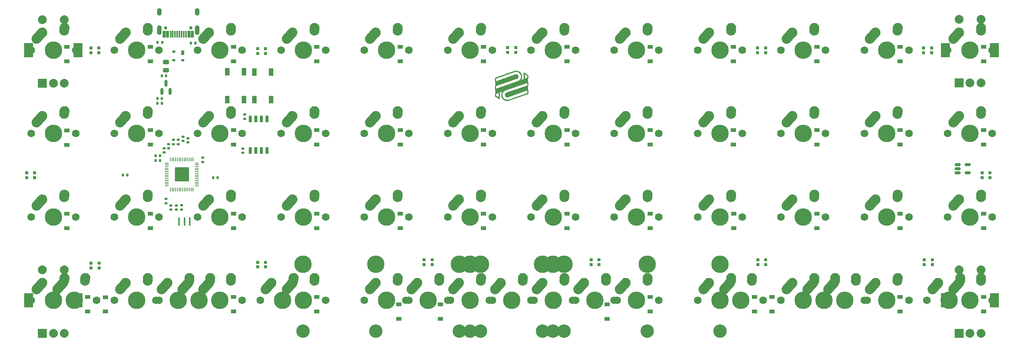
<source format=gbs>
%TF.GenerationSoftware,KiCad,Pcbnew,(6.0.7-1)-1*%
%TF.CreationDate,2022-12-13T16:34:22+02:00*%
%TF.ProjectId,Planck Drop In PCB,506c616e-636b-4204-9472-6f7020496e20,rev?*%
%TF.SameCoordinates,Original*%
%TF.FileFunction,Soldermask,Bot*%
%TF.FilePolarity,Negative*%
%FSLAX46Y46*%
G04 Gerber Fmt 4.6, Leading zero omitted, Abs format (unit mm)*
G04 Created by KiCad (PCBNEW (6.0.7-1)-1) date 2022-12-13 16:34:22*
%MOMM*%
%LPD*%
G01*
G04 APERTURE LIST*
G04 Aperture macros list*
%AMRoundRect*
0 Rectangle with rounded corners*
0 $1 Rounding radius*
0 $2 $3 $4 $5 $6 $7 $8 $9 X,Y pos of 4 corners*
0 Add a 4 corners polygon primitive as box body*
4,1,4,$2,$3,$4,$5,$6,$7,$8,$9,$2,$3,0*
0 Add four circle primitives for the rounded corners*
1,1,$1+$1,$2,$3*
1,1,$1+$1,$4,$5*
1,1,$1+$1,$6,$7*
1,1,$1+$1,$8,$9*
0 Add four rect primitives between the rounded corners*
20,1,$1+$1,$2,$3,$4,$5,0*
20,1,$1+$1,$4,$5,$6,$7,0*
20,1,$1+$1,$6,$7,$8,$9,0*
20,1,$1+$1,$8,$9,$2,$3,0*%
%AMHorizOval*
0 Thick line with rounded ends*
0 $1 width*
0 $2 $3 position (X,Y) of the first rounded end (center of the circle)*
0 $4 $5 position (X,Y) of the second rounded end (center of the circle)*
0 Add line between two ends*
20,1,$1,$2,$3,$4,$5,0*
0 Add two circle primitives to create the rounded ends*
1,1,$1,$2,$3*
1,1,$1,$4,$5*%
G04 Aperture macros list end*
%ADD10C,0.200000*%
%ADD11C,3.987800*%
%ADD12C,1.750000*%
%ADD13C,2.250000*%
%ADD14HorizOval,2.250000X0.655001X0.730000X-0.655001X-0.730000X0*%
%ADD15HorizOval,2.250000X0.020000X0.290000X-0.020000X-0.290000X0*%
%ADD16C,3.048000*%
%ADD17HorizOval,2.250000X0.655008X0.729993X-0.655008X-0.729993X0*%
%ADD18HorizOval,2.250000X0.020004X0.290000X-0.020004X-0.290000X0*%
%ADD19R,2.000000X2.000000*%
%ADD20C,2.000000*%
%ADD21R,2.000000X3.200000*%
%ADD22RoundRect,0.140000X0.140000X0.170000X-0.140000X0.170000X-0.140000X-0.170000X0.140000X-0.170000X0*%
%ADD23R,1.200000X0.900000*%
%ADD24RoundRect,0.175000X-0.175000X-0.175000X0.175000X-0.175000X0.175000X0.175000X-0.175000X0.175000X0*%
%ADD25R,0.700000X0.700000*%
%ADD26RoundRect,0.140000X0.170000X-0.140000X0.170000X0.140000X-0.170000X0.140000X-0.170000X-0.140000X0*%
%ADD27RoundRect,0.175000X0.175000X0.175000X-0.175000X0.175000X-0.175000X-0.175000X0.175000X-0.175000X0*%
%ADD28RoundRect,0.135000X-0.135000X-0.185000X0.135000X-0.185000X0.135000X0.185000X-0.135000X0.185000X0*%
%ADD29RoundRect,0.140000X-0.140000X-0.170000X0.140000X-0.170000X0.140000X0.170000X-0.140000X0.170000X0*%
%ADD30RoundRect,0.140000X-0.170000X0.140000X-0.170000X-0.140000X0.170000X-0.140000X0.170000X0.140000X0*%
%ADD31RoundRect,0.135000X0.135000X0.185000X-0.135000X0.185000X-0.135000X-0.185000X0.135000X-0.185000X0*%
%ADD32RoundRect,0.150000X-0.150000X0.650000X-0.150000X-0.650000X0.150000X-0.650000X0.150000X0.650000X0*%
%ADD33R,0.700000X1.000000*%
%ADD34R,0.700000X0.600000*%
%ADD35RoundRect,0.135000X-0.185000X0.135000X-0.185000X-0.135000X0.185000X-0.135000X0.185000X0.135000X0*%
%ADD36C,0.750000*%
%ADD37RoundRect,0.050000X-0.300000X-0.725000X0.300000X-0.725000X0.300000X0.725000X-0.300000X0.725000X0*%
%ADD38RoundRect,0.050000X-0.150000X-0.725000X0.150000X-0.725000X0.150000X0.725000X-0.150000X0.725000X0*%
%ADD39O,1.100000X1.700000*%
%ADD40O,1.100000X2.200000*%
%ADD41RoundRect,0.150000X0.150000X-0.587500X0.150000X0.587500X-0.150000X0.587500X-0.150000X-0.587500X0*%
%ADD42RoundRect,0.135000X0.185000X-0.135000X0.185000X0.135000X-0.185000X0.135000X-0.185000X-0.135000X0*%
%ADD43R,1.000000X1.700000*%
%ADD44R,0.400000X1.900000*%
%ADD45RoundRect,0.050000X0.387500X0.050000X-0.387500X0.050000X-0.387500X-0.050000X0.387500X-0.050000X0*%
%ADD46RoundRect,0.050000X0.050000X0.387500X-0.050000X0.387500X-0.050000X-0.387500X0.050000X-0.387500X0*%
%ADD47RoundRect,0.144000X1.456000X1.456000X-1.456000X1.456000X-1.456000X-1.456000X1.456000X-1.456000X0*%
%ADD48RoundRect,0.150000X-0.512500X-0.150000X0.512500X-0.150000X0.512500X0.150000X-0.512500X0.150000X0*%
%ADD49RoundRect,0.243750X-0.456250X0.243750X-0.456250X-0.243750X0.456250X-0.243750X0.456250X0.243750X0*%
G04 APERTURE END LIST*
D10*
G36*
X145997138Y-73021851D02*
G01*
X145899242Y-73055937D01*
X145899242Y-72296583D01*
X145997138Y-72262422D01*
X145997138Y-73021851D01*
G37*
X145997138Y-73021851D02*
X145899242Y-73055937D01*
X145899242Y-72296583D01*
X145997138Y-72262422D01*
X145997138Y-73021851D01*
G36*
X145997138Y-73987581D02*
G01*
X145997138Y-73021851D01*
X151051256Y-71262111D01*
X151058478Y-71262111D01*
X151513700Y-71103312D01*
X151517514Y-71099769D01*
X151121322Y-71237715D01*
X151114997Y-71240507D01*
X151058478Y-71262111D01*
X151051256Y-71262111D01*
X151121322Y-71237715D01*
X151169766Y-71216331D01*
X151222738Y-71189676D01*
X151273868Y-71160638D01*
X151323113Y-71129310D01*
X151370426Y-71095786D01*
X151415762Y-71060160D01*
X151459078Y-71022528D01*
X151500327Y-70982982D01*
X151539464Y-70941618D01*
X151576445Y-70898529D01*
X151611225Y-70853809D01*
X151643759Y-70807553D01*
X151674001Y-70759856D01*
X151701906Y-70710810D01*
X151727430Y-70660511D01*
X151750528Y-70609053D01*
X151771154Y-70556529D01*
X151789264Y-70503034D01*
X151804812Y-70448663D01*
X151817754Y-70393509D01*
X151828044Y-70337666D01*
X151835638Y-70281229D01*
X151840490Y-70224293D01*
X151842555Y-70166950D01*
X151841790Y-70109296D01*
X151838147Y-70051425D01*
X151831583Y-69993430D01*
X151822052Y-69935406D01*
X151809510Y-69877448D01*
X151793911Y-69819649D01*
X151775210Y-69762104D01*
X151753626Y-69705577D01*
X151729469Y-69650800D01*
X151702833Y-69597819D01*
X151673812Y-69546678D01*
X151642500Y-69497423D01*
X151608993Y-69450099D01*
X151573383Y-69404750D01*
X151535765Y-69361422D01*
X151496234Y-69320159D01*
X151454883Y-69281007D01*
X151411807Y-69244011D01*
X151367099Y-69209216D01*
X151320855Y-69176666D01*
X151273167Y-69146408D01*
X151224132Y-69118486D01*
X151173841Y-69092944D01*
X151122391Y-69069829D01*
X151069874Y-69049184D01*
X151016386Y-69031056D01*
X150962019Y-69015489D01*
X150906870Y-69002528D01*
X150851031Y-68992219D01*
X150794597Y-68984606D01*
X150737662Y-68979734D01*
X150680320Y-68977648D01*
X150622666Y-68978395D01*
X150564793Y-68982017D01*
X150506796Y-68988561D01*
X150448769Y-68998072D01*
X150390806Y-69010594D01*
X150333002Y-69026173D01*
X150275450Y-69044854D01*
X145997138Y-70534458D01*
X145997138Y-71300665D01*
X145899242Y-71333500D01*
X145899242Y-70468312D01*
X145930992Y-70452437D01*
X150243700Y-68952250D01*
X150297669Y-68934475D01*
X150351939Y-68919221D01*
X150406437Y-68906463D01*
X150461093Y-68896174D01*
X150515834Y-68888328D01*
X150570589Y-68882900D01*
X150625286Y-68879863D01*
X150679853Y-68879192D01*
X150734219Y-68880859D01*
X150788313Y-68884839D01*
X150842062Y-68891107D01*
X150895395Y-68899636D01*
X150948240Y-68910399D01*
X151000526Y-68923372D01*
X151052180Y-68938527D01*
X151103132Y-68955839D01*
X151153309Y-68975282D01*
X151202641Y-68996830D01*
X151251054Y-69020457D01*
X151298478Y-69046136D01*
X151344841Y-69073841D01*
X151390072Y-69103548D01*
X151434097Y-69135229D01*
X151476847Y-69168858D01*
X151518249Y-69204410D01*
X151558232Y-69241858D01*
X151596724Y-69281176D01*
X151633653Y-69322339D01*
X151668948Y-69365320D01*
X151702536Y-69410093D01*
X151734347Y-69456633D01*
X151764309Y-69504912D01*
X151792110Y-69554468D01*
X151817493Y-69604802D01*
X151840472Y-69655839D01*
X151861057Y-69707505D01*
X151879261Y-69759723D01*
X151895095Y-69812419D01*
X151908571Y-69865517D01*
X151919701Y-69918941D01*
X151928497Y-69972617D01*
X151934970Y-70026469D01*
X151939133Y-70080422D01*
X151940996Y-70134401D01*
X151940573Y-70188329D01*
X151937875Y-70242132D01*
X151932913Y-70295735D01*
X151925699Y-70349062D01*
X151916246Y-70402038D01*
X151904564Y-70454587D01*
X151890667Y-70506635D01*
X151874565Y-70558105D01*
X151856270Y-70608923D01*
X151835795Y-70659013D01*
X151813151Y-70708299D01*
X151788350Y-70756708D01*
X151761403Y-70804163D01*
X151732323Y-70850588D01*
X151701121Y-70895909D01*
X151667810Y-70940051D01*
X151632400Y-70982937D01*
X151594904Y-71024493D01*
X151555333Y-71064643D01*
X151517514Y-71099769D01*
X152464819Y-70769937D01*
X152466200Y-70769937D01*
X152497950Y-70769937D01*
X152552409Y-70739440D01*
X153286408Y-70483876D01*
X153286408Y-69939145D01*
X152564096Y-69478770D01*
X152564096Y-70732895D01*
X152552409Y-70739440D01*
X152466200Y-70769456D01*
X152466200Y-70769937D01*
X152464819Y-70769937D01*
X152466200Y-70769456D01*
X152466200Y-69290916D01*
X153384304Y-69894166D01*
X153384304Y-70449791D01*
X153286408Y-70483876D01*
X153286408Y-71449606D01*
X146817346Y-73702001D01*
X146817346Y-75177895D01*
X145899242Y-74577291D01*
X145899242Y-74524374D01*
X145997138Y-74524374D01*
X146719450Y-74992687D01*
X146719450Y-73736086D01*
X146817346Y-73702001D01*
X146817346Y-73701520D01*
X146782950Y-73701520D01*
X146719450Y-73735916D01*
X146719450Y-73736086D01*
X145997138Y-73987581D01*
X145997138Y-74524374D01*
X145899242Y-74524374D01*
X145899242Y-74021666D01*
X145997138Y-73987581D01*
G37*
X145997138Y-73987581D02*
X145997138Y-73021851D01*
X151051256Y-71262111D01*
X151058478Y-71262111D01*
X151513700Y-71103312D01*
X151517514Y-71099769D01*
X151121322Y-71237715D01*
X151114997Y-71240507D01*
X151058478Y-71262111D01*
X151051256Y-71262111D01*
X151121322Y-71237715D01*
X151169766Y-71216331D01*
X151222738Y-71189676D01*
X151273868Y-71160638D01*
X151323113Y-71129310D01*
X151370426Y-71095786D01*
X151415762Y-71060160D01*
X151459078Y-71022528D01*
X151500327Y-70982982D01*
X151539464Y-70941618D01*
X151576445Y-70898529D01*
X151611225Y-70853809D01*
X151643759Y-70807553D01*
X151674001Y-70759856D01*
X151701906Y-70710810D01*
X151727430Y-70660511D01*
X151750528Y-70609053D01*
X151771154Y-70556529D01*
X151789264Y-70503034D01*
X151804812Y-70448663D01*
X151817754Y-70393509D01*
X151828044Y-70337666D01*
X151835638Y-70281229D01*
X151840490Y-70224293D01*
X151842555Y-70166950D01*
X151841790Y-70109296D01*
X151838147Y-70051425D01*
X151831583Y-69993430D01*
X151822052Y-69935406D01*
X151809510Y-69877448D01*
X151793911Y-69819649D01*
X151775210Y-69762104D01*
X151753626Y-69705577D01*
X151729469Y-69650800D01*
X151702833Y-69597819D01*
X151673812Y-69546678D01*
X151642500Y-69497423D01*
X151608993Y-69450099D01*
X151573383Y-69404750D01*
X151535765Y-69361422D01*
X151496234Y-69320159D01*
X151454883Y-69281007D01*
X151411807Y-69244011D01*
X151367099Y-69209216D01*
X151320855Y-69176666D01*
X151273167Y-69146408D01*
X151224132Y-69118486D01*
X151173841Y-69092944D01*
X151122391Y-69069829D01*
X151069874Y-69049184D01*
X151016386Y-69031056D01*
X150962019Y-69015489D01*
X150906870Y-69002528D01*
X150851031Y-68992219D01*
X150794597Y-68984606D01*
X150737662Y-68979734D01*
X150680320Y-68977648D01*
X150622666Y-68978395D01*
X150564793Y-68982017D01*
X150506796Y-68988561D01*
X150448769Y-68998072D01*
X150390806Y-69010594D01*
X150333002Y-69026173D01*
X150275450Y-69044854D01*
X145997138Y-70534458D01*
X145997138Y-71300665D01*
X145899242Y-71333500D01*
X145899242Y-70468312D01*
X145930992Y-70452437D01*
X150243700Y-68952250D01*
X150297669Y-68934475D01*
X150351939Y-68919221D01*
X150406437Y-68906463D01*
X150461093Y-68896174D01*
X150515834Y-68888328D01*
X150570589Y-68882900D01*
X150625286Y-68879863D01*
X150679853Y-68879192D01*
X150734219Y-68880859D01*
X150788313Y-68884839D01*
X150842062Y-68891107D01*
X150895395Y-68899636D01*
X150948240Y-68910399D01*
X151000526Y-68923372D01*
X151052180Y-68938527D01*
X151103132Y-68955839D01*
X151153309Y-68975282D01*
X151202641Y-68996830D01*
X151251054Y-69020457D01*
X151298478Y-69046136D01*
X151344841Y-69073841D01*
X151390072Y-69103548D01*
X151434097Y-69135229D01*
X151476847Y-69168858D01*
X151518249Y-69204410D01*
X151558232Y-69241858D01*
X151596724Y-69281176D01*
X151633653Y-69322339D01*
X151668948Y-69365320D01*
X151702536Y-69410093D01*
X151734347Y-69456633D01*
X151764309Y-69504912D01*
X151792110Y-69554468D01*
X151817493Y-69604802D01*
X151840472Y-69655839D01*
X151861057Y-69707505D01*
X151879261Y-69759723D01*
X151895095Y-69812419D01*
X151908571Y-69865517D01*
X151919701Y-69918941D01*
X151928497Y-69972617D01*
X151934970Y-70026469D01*
X151939133Y-70080422D01*
X151940996Y-70134401D01*
X151940573Y-70188329D01*
X151937875Y-70242132D01*
X151932913Y-70295735D01*
X151925699Y-70349062D01*
X151916246Y-70402038D01*
X151904564Y-70454587D01*
X151890667Y-70506635D01*
X151874565Y-70558105D01*
X151856270Y-70608923D01*
X151835795Y-70659013D01*
X151813151Y-70708299D01*
X151788350Y-70756708D01*
X151761403Y-70804163D01*
X151732323Y-70850588D01*
X151701121Y-70895909D01*
X151667810Y-70940051D01*
X151632400Y-70982937D01*
X151594904Y-71024493D01*
X151555333Y-71064643D01*
X151517514Y-71099769D01*
X152464819Y-70769937D01*
X152466200Y-70769937D01*
X152497950Y-70769937D01*
X152552409Y-70739440D01*
X153286408Y-70483876D01*
X153286408Y-69939145D01*
X152564096Y-69478770D01*
X152564096Y-70732895D01*
X152552409Y-70739440D01*
X152466200Y-70769456D01*
X152466200Y-70769937D01*
X152464819Y-70769937D01*
X152466200Y-70769456D01*
X152466200Y-69290916D01*
X153384304Y-69894166D01*
X153384304Y-70449791D01*
X153286408Y-70483876D01*
X153286408Y-71449606D01*
X146817346Y-73702001D01*
X146817346Y-75177895D01*
X145899242Y-74577291D01*
X145899242Y-74524374D01*
X145997138Y-74524374D01*
X146719450Y-74992687D01*
X146719450Y-73736086D01*
X146817346Y-73702001D01*
X146817346Y-73701520D01*
X146782950Y-73701520D01*
X146719450Y-73735916D01*
X146719450Y-73736086D01*
X145997138Y-73987581D01*
X145997138Y-74524374D01*
X145899242Y-74524374D01*
X145899242Y-74021666D01*
X145997138Y-73987581D01*
G36*
X150688945Y-69700431D02*
G01*
X150711005Y-69702270D01*
X150732962Y-69705187D01*
X150754773Y-69709180D01*
X150776400Y-69714247D01*
X150797802Y-69720385D01*
X150818938Y-69727591D01*
X150839768Y-69735865D01*
X150860252Y-69745203D01*
X150880246Y-69755547D01*
X150899617Y-69766820D01*
X150918338Y-69778994D01*
X150936382Y-69792036D01*
X150953723Y-69805917D01*
X150970334Y-69820606D01*
X150986187Y-69836074D01*
X151001257Y-69852289D01*
X151015516Y-69869222D01*
X151028936Y-69886842D01*
X151041493Y-69905119D01*
X151053158Y-69924022D01*
X151063904Y-69943521D01*
X151073706Y-69963586D01*
X151082536Y-69984186D01*
X151090367Y-70005291D01*
X151097377Y-70027464D01*
X151103202Y-70049727D01*
X151107861Y-70072044D01*
X151111369Y-70094378D01*
X151113745Y-70116695D01*
X151115005Y-70138958D01*
X151115167Y-70161132D01*
X151114247Y-70183182D01*
X151112264Y-70205071D01*
X151109234Y-70226763D01*
X151105175Y-70248224D01*
X151100103Y-70269417D01*
X151094035Y-70290307D01*
X151086990Y-70310857D01*
X151078985Y-70331033D01*
X151070035Y-70350799D01*
X151060159Y-70370118D01*
X151049374Y-70388955D01*
X151037698Y-70407275D01*
X151025146Y-70425041D01*
X151011737Y-70442219D01*
X150997487Y-70458771D01*
X150982414Y-70474664D01*
X150966535Y-70489860D01*
X150949868Y-70504324D01*
X150932429Y-70518021D01*
X150914235Y-70530914D01*
X150895305Y-70542969D01*
X150875654Y-70554148D01*
X150855300Y-70564418D01*
X150834261Y-70573741D01*
X150812554Y-70582083D01*
X145997138Y-72262422D01*
X145997138Y-71300665D01*
X146751200Y-71047750D01*
X150513575Y-69724833D01*
X150535011Y-69717958D01*
X150556667Y-69712181D01*
X150578501Y-69707499D01*
X150600474Y-69703909D01*
X150622546Y-69701410D01*
X150644675Y-69699999D01*
X150666822Y-69699674D01*
X150688945Y-69700431D01*
G37*
X150688945Y-69700431D02*
X150711005Y-69702270D01*
X150732962Y-69705187D01*
X150754773Y-69709180D01*
X150776400Y-69714247D01*
X150797802Y-69720385D01*
X150818938Y-69727591D01*
X150839768Y-69735865D01*
X150860252Y-69745203D01*
X150880246Y-69755547D01*
X150899617Y-69766820D01*
X150918338Y-69778994D01*
X150936382Y-69792036D01*
X150953723Y-69805917D01*
X150970334Y-69820606D01*
X150986187Y-69836074D01*
X151001257Y-69852289D01*
X151015516Y-69869222D01*
X151028936Y-69886842D01*
X151041493Y-69905119D01*
X151053158Y-69924022D01*
X151063904Y-69943521D01*
X151073706Y-69963586D01*
X151082536Y-69984186D01*
X151090367Y-70005291D01*
X151097377Y-70027464D01*
X151103202Y-70049727D01*
X151107861Y-70072044D01*
X151111369Y-70094378D01*
X151113745Y-70116695D01*
X151115005Y-70138958D01*
X151115167Y-70161132D01*
X151114247Y-70183182D01*
X151112264Y-70205071D01*
X151109234Y-70226763D01*
X151105175Y-70248224D01*
X151100103Y-70269417D01*
X151094035Y-70290307D01*
X151086990Y-70310857D01*
X151078985Y-70331033D01*
X151070035Y-70350799D01*
X151060159Y-70370118D01*
X151049374Y-70388955D01*
X151037698Y-70407275D01*
X151025146Y-70425041D01*
X151011737Y-70442219D01*
X150997487Y-70458771D01*
X150982414Y-70474664D01*
X150966535Y-70489860D01*
X150949868Y-70504324D01*
X150932429Y-70518021D01*
X150914235Y-70530914D01*
X150895305Y-70542969D01*
X150875654Y-70554148D01*
X150855300Y-70564418D01*
X150834261Y-70573741D01*
X150812554Y-70582083D01*
X145997138Y-72262422D01*
X145997138Y-71300665D01*
X146751200Y-71047750D01*
X150513575Y-69724833D01*
X150535011Y-69717958D01*
X150556667Y-69712181D01*
X150578501Y-69707499D01*
X150600474Y-69703909D01*
X150622546Y-69701410D01*
X150644675Y-69699999D01*
X150666822Y-69699674D01*
X150688945Y-69700431D01*
G36*
X153384304Y-74026958D02*
G01*
X153352554Y-74026958D01*
X149039846Y-75529791D01*
X148985877Y-75547566D01*
X148931608Y-75562820D01*
X148877109Y-75575578D01*
X148822454Y-75585867D01*
X148767713Y-75593713D01*
X148712958Y-75599141D01*
X148658261Y-75602178D01*
X148603693Y-75602850D01*
X148549327Y-75601182D01*
X148495233Y-75597202D01*
X148441484Y-75590934D01*
X148388151Y-75582406D01*
X148335306Y-75571642D01*
X148283020Y-75558670D01*
X148231366Y-75543514D01*
X148180414Y-75526202D01*
X148130236Y-75506759D01*
X148080905Y-75485211D01*
X148032492Y-75461585D01*
X147985067Y-75435906D01*
X147938704Y-75408200D01*
X147893474Y-75378494D01*
X147849448Y-75346813D01*
X147806698Y-75313184D01*
X147765296Y-75277632D01*
X147725313Y-75240184D01*
X147686821Y-75200865D01*
X147649892Y-75159702D01*
X147614598Y-75116721D01*
X147581009Y-75071948D01*
X147549198Y-75025408D01*
X147519236Y-74977129D01*
X147491435Y-74927573D01*
X147466052Y-74877239D01*
X147443073Y-74826202D01*
X147422488Y-74774536D01*
X147404284Y-74722318D01*
X147388450Y-74669622D01*
X147374974Y-74616524D01*
X147363844Y-74563099D01*
X147355048Y-74509423D01*
X147348575Y-74455571D01*
X147344412Y-74401618D01*
X147342549Y-74347640D01*
X147342972Y-74293711D01*
X147345670Y-74239908D01*
X147350632Y-74186305D01*
X147357846Y-74132978D01*
X147367299Y-74080002D01*
X147378981Y-74027453D01*
X147392878Y-73975406D01*
X147408980Y-73923935D01*
X147427275Y-73873118D01*
X147447750Y-73823028D01*
X147470394Y-73773741D01*
X147495196Y-73725332D01*
X147522142Y-73677878D01*
X147551223Y-73631452D01*
X147582424Y-73586131D01*
X147615736Y-73541990D01*
X147651146Y-73499103D01*
X147688642Y-73457547D01*
X147728213Y-73417397D01*
X147769846Y-73378728D01*
X148227575Y-73212042D01*
X148154561Y-73240417D01*
X148084150Y-73273309D01*
X148016505Y-73310532D01*
X147951784Y-73351897D01*
X147890151Y-73397218D01*
X147831765Y-73446306D01*
X147776788Y-73498974D01*
X147725381Y-73555035D01*
X147677705Y-73614302D01*
X147633921Y-73676586D01*
X147594190Y-73741701D01*
X147558673Y-73809459D01*
X147527530Y-73879673D01*
X147500925Y-73952155D01*
X147479016Y-74026717D01*
X147461965Y-74103173D01*
X147450031Y-74180593D01*
X147443312Y-74258017D01*
X147441725Y-74335211D01*
X147445188Y-74411943D01*
X147453620Y-74487979D01*
X147466938Y-74563087D01*
X147485062Y-74637032D01*
X147507909Y-74709583D01*
X147535397Y-74780505D01*
X147567445Y-74849565D01*
X147603971Y-74916531D01*
X147644892Y-74981168D01*
X147690128Y-75043245D01*
X147739596Y-75102527D01*
X147793215Y-75158782D01*
X147850902Y-75211777D01*
X147911983Y-75260821D01*
X147975674Y-75305352D01*
X148041733Y-75345324D01*
X148109916Y-75380691D01*
X148179981Y-75411407D01*
X148251686Y-75437426D01*
X148324786Y-75458704D01*
X148399040Y-75475193D01*
X148474205Y-75486848D01*
X148550037Y-75493624D01*
X148626294Y-75495475D01*
X148702733Y-75492355D01*
X148779110Y-75484218D01*
X148855185Y-75471018D01*
X148930712Y-75452711D01*
X149005450Y-75429249D01*
X153286408Y-73931708D01*
X153286408Y-73159083D01*
X153384304Y-73124729D01*
X153384304Y-74026958D01*
G37*
X153384304Y-74026958D02*
X153352554Y-74026958D01*
X149039846Y-75529791D01*
X148985877Y-75547566D01*
X148931608Y-75562820D01*
X148877109Y-75575578D01*
X148822454Y-75585867D01*
X148767713Y-75593713D01*
X148712958Y-75599141D01*
X148658261Y-75602178D01*
X148603693Y-75602850D01*
X148549327Y-75601182D01*
X148495233Y-75597202D01*
X148441484Y-75590934D01*
X148388151Y-75582406D01*
X148335306Y-75571642D01*
X148283020Y-75558670D01*
X148231366Y-75543514D01*
X148180414Y-75526202D01*
X148130236Y-75506759D01*
X148080905Y-75485211D01*
X148032492Y-75461585D01*
X147985067Y-75435906D01*
X147938704Y-75408200D01*
X147893474Y-75378494D01*
X147849448Y-75346813D01*
X147806698Y-75313184D01*
X147765296Y-75277632D01*
X147725313Y-75240184D01*
X147686821Y-75200865D01*
X147649892Y-75159702D01*
X147614598Y-75116721D01*
X147581009Y-75071948D01*
X147549198Y-75025408D01*
X147519236Y-74977129D01*
X147491435Y-74927573D01*
X147466052Y-74877239D01*
X147443073Y-74826202D01*
X147422488Y-74774536D01*
X147404284Y-74722318D01*
X147388450Y-74669622D01*
X147374974Y-74616524D01*
X147363844Y-74563099D01*
X147355048Y-74509423D01*
X147348575Y-74455571D01*
X147344412Y-74401618D01*
X147342549Y-74347640D01*
X147342972Y-74293711D01*
X147345670Y-74239908D01*
X147350632Y-74186305D01*
X147357846Y-74132978D01*
X147367299Y-74080002D01*
X147378981Y-74027453D01*
X147392878Y-73975406D01*
X147408980Y-73923935D01*
X147427275Y-73873118D01*
X147447750Y-73823028D01*
X147470394Y-73773741D01*
X147495196Y-73725332D01*
X147522142Y-73677878D01*
X147551223Y-73631452D01*
X147582424Y-73586131D01*
X147615736Y-73541990D01*
X147651146Y-73499103D01*
X147688642Y-73457547D01*
X147728213Y-73417397D01*
X147769846Y-73378728D01*
X148227575Y-73212042D01*
X148154561Y-73240417D01*
X148084150Y-73273309D01*
X148016505Y-73310532D01*
X147951784Y-73351897D01*
X147890151Y-73397218D01*
X147831765Y-73446306D01*
X147776788Y-73498974D01*
X147725381Y-73555035D01*
X147677705Y-73614302D01*
X147633921Y-73676586D01*
X147594190Y-73741701D01*
X147558673Y-73809459D01*
X147527530Y-73879673D01*
X147500925Y-73952155D01*
X147479016Y-74026717D01*
X147461965Y-74103173D01*
X147450031Y-74180593D01*
X147443312Y-74258017D01*
X147441725Y-74335211D01*
X147445188Y-74411943D01*
X147453620Y-74487979D01*
X147466938Y-74563087D01*
X147485062Y-74637032D01*
X147507909Y-74709583D01*
X147535397Y-74780505D01*
X147567445Y-74849565D01*
X147603971Y-74916531D01*
X147644892Y-74981168D01*
X147690128Y-75043245D01*
X147739596Y-75102527D01*
X147793215Y-75158782D01*
X147850902Y-75211777D01*
X147911983Y-75260821D01*
X147975674Y-75305352D01*
X148041733Y-75345324D01*
X148109916Y-75380691D01*
X148179981Y-75411407D01*
X148251686Y-75437426D01*
X148324786Y-75458704D01*
X148399040Y-75475193D01*
X148474205Y-75486848D01*
X148550037Y-75493624D01*
X148626294Y-75495475D01*
X148702733Y-75492355D01*
X148779110Y-75484218D01*
X148855185Y-75471018D01*
X148930712Y-75452711D01*
X149005450Y-75429249D01*
X153286408Y-73931708D01*
X153286408Y-73159083D01*
X153384304Y-73124729D01*
X153384304Y-74026958D01*
G36*
X153286408Y-72209035D02*
G01*
X153286408Y-71449606D01*
X153384304Y-71415520D01*
X153384304Y-72174874D01*
X153286408Y-72209035D01*
G37*
X153286408Y-72209035D02*
X153286408Y-71449606D01*
X153384304Y-71415520D01*
X153384304Y-72174874D01*
X153286408Y-72209035D01*
G36*
X153286408Y-73159083D02*
G01*
X152532346Y-73423708D01*
X148769971Y-74746624D01*
X148748535Y-74753498D01*
X148726880Y-74759276D01*
X148705045Y-74763958D01*
X148683072Y-74767547D01*
X148661000Y-74770046D01*
X148638871Y-74771457D01*
X148616725Y-74771783D01*
X148594601Y-74771025D01*
X148572541Y-74769186D01*
X148550585Y-74766269D01*
X148528773Y-74762276D01*
X148507146Y-74757210D01*
X148485744Y-74751072D01*
X148464608Y-74743865D01*
X148443778Y-74735591D01*
X148423295Y-74726254D01*
X148403301Y-74715910D01*
X148383930Y-74704636D01*
X148365209Y-74692463D01*
X148347164Y-74679421D01*
X148329823Y-74665540D01*
X148313213Y-74650850D01*
X148297359Y-74635383D01*
X148282290Y-74619167D01*
X148268031Y-74602235D01*
X148254610Y-74584615D01*
X148242054Y-74566338D01*
X148230389Y-74547435D01*
X148219642Y-74527936D01*
X148209840Y-74507871D01*
X148201011Y-74487271D01*
X148193179Y-74466166D01*
X148186279Y-74444794D01*
X148180470Y-74423200D01*
X148175751Y-74401426D01*
X148172119Y-74379512D01*
X148169572Y-74357497D01*
X148168108Y-74335421D01*
X148167725Y-74313326D01*
X148168420Y-74291250D01*
X148170191Y-74269235D01*
X148173036Y-74247320D01*
X148176953Y-74225545D01*
X148181939Y-74203952D01*
X148187992Y-74182579D01*
X148195110Y-74161467D01*
X148203290Y-74140656D01*
X148212531Y-74120187D01*
X148222776Y-74100201D01*
X148233948Y-74080831D01*
X148246018Y-74062104D01*
X148258957Y-74044048D01*
X148272733Y-74026688D01*
X148287317Y-74010051D01*
X148302679Y-73994165D01*
X148318789Y-73979056D01*
X148335617Y-73964751D01*
X148353132Y-73951276D01*
X148371306Y-73938659D01*
X148390107Y-73926926D01*
X148409507Y-73916105D01*
X148429474Y-73906221D01*
X148449979Y-73897302D01*
X148470992Y-73889374D01*
X153286408Y-72209035D01*
X153286408Y-73159083D01*
G37*
X153286408Y-73159083D02*
X152532346Y-73423708D01*
X148769971Y-74746624D01*
X148748535Y-74753498D01*
X148726880Y-74759276D01*
X148705045Y-74763958D01*
X148683072Y-74767547D01*
X148661000Y-74770046D01*
X148638871Y-74771457D01*
X148616725Y-74771783D01*
X148594601Y-74771025D01*
X148572541Y-74769186D01*
X148550585Y-74766269D01*
X148528773Y-74762276D01*
X148507146Y-74757210D01*
X148485744Y-74751072D01*
X148464608Y-74743865D01*
X148443778Y-74735591D01*
X148423295Y-74726254D01*
X148403301Y-74715910D01*
X148383930Y-74704636D01*
X148365209Y-74692463D01*
X148347164Y-74679421D01*
X148329823Y-74665540D01*
X148313213Y-74650850D01*
X148297359Y-74635383D01*
X148282290Y-74619167D01*
X148268031Y-74602235D01*
X148254610Y-74584615D01*
X148242054Y-74566338D01*
X148230389Y-74547435D01*
X148219642Y-74527936D01*
X148209840Y-74507871D01*
X148201011Y-74487271D01*
X148193179Y-74466166D01*
X148186279Y-74444794D01*
X148180470Y-74423200D01*
X148175751Y-74401426D01*
X148172119Y-74379512D01*
X148169572Y-74357497D01*
X148168108Y-74335421D01*
X148167725Y-74313326D01*
X148168420Y-74291250D01*
X148170191Y-74269235D01*
X148173036Y-74247320D01*
X148176953Y-74225545D01*
X148181939Y-74203952D01*
X148187992Y-74182579D01*
X148195110Y-74161467D01*
X148203290Y-74140656D01*
X148212531Y-74120187D01*
X148222776Y-74100201D01*
X148233948Y-74080831D01*
X148246018Y-74062104D01*
X148258957Y-74044048D01*
X148272733Y-74026688D01*
X148287317Y-74010051D01*
X148302679Y-73994165D01*
X148318789Y-73979056D01*
X148335617Y-73964751D01*
X148353132Y-73951276D01*
X148371306Y-73938659D01*
X148390107Y-73926926D01*
X148409507Y-73916105D01*
X148429474Y-73906221D01*
X148449979Y-73897302D01*
X148470992Y-73889374D01*
X153286408Y-72209035D01*
X153286408Y-73159083D01*
D11*
%TO.C,MX36*%
X178125075Y-64125027D03*
D12*
X173045075Y-64125027D03*
X183205075Y-64125027D03*
D13*
X175625075Y-60125027D03*
D14*
X174970076Y-60855027D03*
D13*
X180665075Y-59045027D03*
D15*
X180645075Y-59335027D03*
%TD*%
D16*
%TO.C,2u*%
X180563071Y-128110051D03*
D12*
X163545071Y-121125051D03*
X173705071Y-121125051D03*
D16*
X156687071Y-128110051D03*
D11*
X156687071Y-112870051D03*
X180563071Y-112870051D03*
X168625071Y-121125051D03*
D14*
X165470072Y-117855051D03*
D13*
X166125071Y-117125051D03*
X171165071Y-116045051D03*
D15*
X171145071Y-116335051D03*
%TD*%
D11*
%TO.C,1u*%
X64125027Y-121125051D03*
D12*
X69205027Y-121125051D03*
X59045027Y-121125051D03*
D14*
X60970028Y-117855051D03*
D13*
X61625027Y-117125051D03*
D15*
X66645027Y-116335051D03*
D13*
X66665027Y-116045051D03*
%TD*%
D11*
%TO.C,MX49*%
X235125099Y-64125027D03*
D12*
X240205099Y-64125027D03*
X230045099Y-64125027D03*
D14*
X231970100Y-60855027D03*
D13*
X232625099Y-60125027D03*
X237665099Y-59045027D03*
D15*
X237645099Y-59335027D03*
%TD*%
D12*
%TO.C,MX42*%
X192045083Y-83125035D03*
D11*
X197125083Y-83125035D03*
D12*
X202205083Y-83125035D03*
D14*
X193970084Y-79855035D03*
D13*
X194625083Y-79125035D03*
D15*
X199645083Y-78335035D03*
D13*
X199665083Y-78045035D03*
%TD*%
D12*
%TO.C,1u*%
X230045099Y-121125051D03*
X240205099Y-121125051D03*
D11*
X235125099Y-121125051D03*
D14*
X231970100Y-117855051D03*
D13*
X232625099Y-117125051D03*
X237665099Y-116045051D03*
D15*
X237645099Y-116335051D03*
%TD*%
D11*
%TO.C,1u*%
X161563063Y-112870051D03*
D12*
X154705063Y-121125051D03*
D11*
X149625063Y-121125051D03*
D16*
X137687063Y-128110051D03*
D12*
X144545063Y-121125051D03*
D11*
X137687063Y-112870051D03*
D16*
X161563063Y-128110051D03*
D14*
X146470064Y-117855051D03*
D13*
X147125063Y-117125051D03*
D15*
X152145063Y-116335051D03*
D13*
X152165063Y-116045051D03*
%TD*%
D11*
%TO.C,MX21*%
X121125051Y-83125035D03*
D12*
X116045051Y-83125035D03*
X126205051Y-83125035D03*
D13*
X118625051Y-79125035D03*
D14*
X117970052Y-79855035D03*
D15*
X123645051Y-78335035D03*
D13*
X123665051Y-78045035D03*
%TD*%
D12*
%TO.C,1u*%
X230705095Y-121125051D03*
X220545095Y-121125051D03*
D11*
X225625095Y-121125051D03*
D17*
X222470103Y-117855058D03*
D13*
X223125095Y-117125051D03*
D18*
X228145099Y-116335051D03*
D13*
X228165095Y-116045051D03*
%TD*%
D12*
%TO.C,1u*%
X50205019Y-121125051D03*
D11*
X45125019Y-121125051D03*
D12*
X40045019Y-121125051D03*
D17*
X41970027Y-117855058D03*
D13*
X42625019Y-117125051D03*
X47665019Y-116045051D03*
D18*
X47645023Y-116335051D03*
%TD*%
D12*
%TO.C,1.5u*%
X206955085Y-121125051D03*
D11*
X201875085Y-121125051D03*
D12*
X196795085Y-121125051D03*
D14*
X198720086Y-117855051D03*
D13*
X199375085Y-117125051D03*
D15*
X204395085Y-116335051D03*
D13*
X204415085Y-116045051D03*
%TD*%
D12*
%TO.C,1u*%
X164205067Y-121125051D03*
X154045067Y-121125051D03*
D11*
X159125067Y-121125051D03*
D14*
X155970068Y-117855051D03*
D13*
X156625067Y-117125051D03*
X161665067Y-116045051D03*
D15*
X161645067Y-116335051D03*
%TD*%
D12*
%TO.C,MX32*%
X154045067Y-83125035D03*
D11*
X159125067Y-83125035D03*
D12*
X164205067Y-83125035D03*
D13*
X156625067Y-79125035D03*
D14*
X155970068Y-79855035D03*
D15*
X161645067Y-78335035D03*
D13*
X161665067Y-78045035D03*
%TD*%
D11*
%TO.C,1.5u*%
X97375041Y-121125051D03*
D12*
X92295041Y-121125051D03*
X102455041Y-121125051D03*
D13*
X94875041Y-117125051D03*
D17*
X94220049Y-117855058D03*
D18*
X99895045Y-116335051D03*
D13*
X99915041Y-116045051D03*
%TD*%
D12*
%TO.C,MX38*%
X183205075Y-102125043D03*
X173045075Y-102125043D03*
D11*
X178125075Y-102125043D03*
D13*
X175625075Y-98125043D03*
D14*
X174970076Y-98855043D03*
D15*
X180645075Y-97335043D03*
D13*
X180665075Y-97045043D03*
%TD*%
D11*
%TO.C,1.5u*%
X49875021Y-121125051D03*
D12*
X54955021Y-121125051D03*
X44795021Y-121125051D03*
D14*
X46720022Y-117855051D03*
D13*
X47375021Y-117125051D03*
D15*
X52395021Y-116335051D03*
D13*
X52415021Y-116045051D03*
%TD*%
D12*
%TO.C,MX2*%
X50205019Y-83125027D03*
D11*
X45125019Y-83125027D03*
D12*
X40045019Y-83125027D03*
D14*
X41970020Y-79855027D03*
D13*
X42625019Y-79125027D03*
D15*
X47645019Y-78335027D03*
D13*
X47665019Y-78045027D03*
%TD*%
D12*
%TO.C,MX7*%
X59045027Y-83125035D03*
D11*
X64125027Y-83125035D03*
D12*
X69205027Y-83125035D03*
D13*
X61625027Y-79125035D03*
D14*
X60970028Y-79855035D03*
D15*
X66645027Y-78335035D03*
D13*
X66665027Y-78045035D03*
%TD*%
D11*
%TO.C,1u*%
X216125091Y-121125051D03*
D12*
X221205091Y-121125051D03*
X211045091Y-121125051D03*
D14*
X212970092Y-117855051D03*
D13*
X213625091Y-117125051D03*
X218665091Y-116045051D03*
D15*
X218645091Y-116335051D03*
%TD*%
D11*
%TO.C,MX43*%
X197125083Y-102125043D03*
D12*
X192045083Y-102125043D03*
X202205083Y-102125043D03*
D14*
X193970084Y-98855043D03*
D13*
X194625083Y-98125043D03*
D15*
X199645083Y-97335043D03*
D13*
X199665083Y-97045043D03*
%TD*%
D19*
%TO.C,SW4*%
X251625107Y-128633333D03*
D20*
X256625107Y-128633333D03*
X254125107Y-128633333D03*
D21*
X248525107Y-121133333D03*
X259725107Y-121133333D03*
D20*
X256625107Y-114133333D03*
X251625107Y-114133333D03*
%TD*%
D11*
%TO.C,MX3*%
X45125019Y-102125043D03*
D12*
X40045019Y-102125043D03*
X50205019Y-102125043D03*
D13*
X42625019Y-98125043D03*
D14*
X41970020Y-98855043D03*
D13*
X47665019Y-97045043D03*
D15*
X47645019Y-97335043D03*
%TD*%
D12*
%TO.C,1u*%
X78705031Y-121125051D03*
X68545031Y-121125051D03*
D11*
X73625031Y-121125051D03*
D13*
X71125031Y-117125051D03*
D17*
X70470039Y-117855058D03*
D18*
X76145035Y-116335051D03*
D13*
X76165031Y-116045051D03*
%TD*%
D19*
%TO.C,SW1*%
X42625019Y-71658333D03*
D20*
X47625019Y-71658333D03*
X45125019Y-71658333D03*
D21*
X39525019Y-64158333D03*
X50725019Y-64158333D03*
D20*
X47625019Y-57158333D03*
X42625019Y-57158333D03*
%TD*%
D11*
%TO.C,MX13*%
X83125035Y-83125035D03*
D12*
X78045035Y-83125035D03*
X88205035Y-83125035D03*
D13*
X80625035Y-79125035D03*
D14*
X79970036Y-79855035D03*
D13*
X85665035Y-78045035D03*
D15*
X85645035Y-78335035D03*
%TD*%
D11*
%TO.C,MX16*%
X102125043Y-64125027D03*
D12*
X97045043Y-64125027D03*
X107205043Y-64125027D03*
D14*
X98970044Y-60855027D03*
D13*
X99625043Y-60125027D03*
D15*
X104645043Y-59335027D03*
D13*
X104665043Y-59045027D03*
%TD*%
D12*
%TO.C,1.5u*%
X73295033Y-121125051D03*
X83455033Y-121125051D03*
D11*
X78375033Y-121125051D03*
D13*
X75875033Y-117125051D03*
D17*
X75220041Y-117855058D03*
D13*
X80915033Y-116045051D03*
D18*
X80895037Y-116335051D03*
%TD*%
D12*
%TO.C,MX24*%
X116045051Y-121125051D03*
X126205051Y-121125051D03*
D11*
X140175051Y-112870051D03*
D16*
X102075051Y-128110051D03*
X140175051Y-128110051D03*
D11*
X121125051Y-121125051D03*
X102075051Y-112870051D03*
D13*
X117315051Y-118585051D03*
X123665051Y-116045051D03*
%TD*%
D12*
%TO.C,MX37*%
X183205075Y-83125035D03*
X173045075Y-83125035D03*
D11*
X178125075Y-83125035D03*
D13*
X175625075Y-79125035D03*
D14*
X174970076Y-79855035D03*
D15*
X180645075Y-78335035D03*
D13*
X180665075Y-78045035D03*
%TD*%
D11*
%TO.C,MX6*%
X64125027Y-64125027D03*
D12*
X69205027Y-64125027D03*
X59045027Y-64125027D03*
D14*
X60970028Y-60855027D03*
D13*
X61625027Y-60125027D03*
D15*
X66645027Y-59335027D03*
D13*
X66665027Y-59045027D03*
%TD*%
D12*
%TO.C,MX22*%
X126205051Y-102125043D03*
X116045051Y-102125043D03*
D11*
X121125051Y-102125043D03*
D14*
X117970052Y-98855043D03*
D13*
X118625051Y-98125043D03*
X123665051Y-97045043D03*
D15*
X123645051Y-97335043D03*
%TD*%
D12*
%TO.C,1u*%
X107205043Y-121125051D03*
X97045043Y-121125051D03*
D11*
X102125043Y-121125051D03*
D13*
X99625043Y-117125051D03*
D14*
X98970044Y-117855051D03*
D15*
X104645043Y-116335051D03*
D13*
X104665043Y-116045051D03*
%TD*%
D11*
%TO.C,MX31*%
X159125067Y-64125027D03*
D12*
X154045067Y-64125027D03*
X164205067Y-64125027D03*
D13*
X156625067Y-60125027D03*
D14*
X155970068Y-60855027D03*
D13*
X161665067Y-59045027D03*
D15*
X161645067Y-59335027D03*
%TD*%
D12*
%TO.C,MX25*%
X145205059Y-64125027D03*
D11*
X140125059Y-64125027D03*
D12*
X135045059Y-64125027D03*
D13*
X137625059Y-60125027D03*
D14*
X136970060Y-60855027D03*
D15*
X142645059Y-59335027D03*
D13*
X142665059Y-59045027D03*
%TD*%
D11*
%TO.C,MX17*%
X102125043Y-83125035D03*
D12*
X97045043Y-83125035D03*
X107205043Y-83125035D03*
D14*
X98970044Y-79855035D03*
D13*
X99625043Y-79125035D03*
X104665043Y-78045035D03*
D15*
X104645043Y-78335035D03*
%TD*%
D12*
%TO.C,MX45*%
X211045091Y-64125027D03*
X221205091Y-64125027D03*
D11*
X216125091Y-64125027D03*
D13*
X213625091Y-60125027D03*
D14*
X212970092Y-60855027D03*
D15*
X218645091Y-59335027D03*
D13*
X218665091Y-59045027D03*
%TD*%
D11*
%TO.C,1u*%
X140125059Y-121125051D03*
D12*
X135045059Y-121125051D03*
X145205059Y-121125051D03*
D14*
X136970060Y-117855051D03*
D13*
X137625059Y-117125051D03*
X142665059Y-116045051D03*
D15*
X142645059Y-116335051D03*
%TD*%
D19*
%TO.C,SW3*%
X251625107Y-71608333D03*
D20*
X256625107Y-71608333D03*
X254125107Y-71608333D03*
D21*
X259725107Y-64108333D03*
X248525107Y-64108333D03*
D20*
X256625107Y-57108333D03*
X251625107Y-57108333D03*
%TD*%
D12*
%TO.C,1u*%
X78045035Y-121125051D03*
X88205035Y-121125051D03*
D11*
X83125035Y-121125051D03*
D14*
X79970036Y-117855051D03*
D13*
X80625035Y-117125051D03*
D15*
X85645035Y-116335051D03*
D13*
X85665035Y-116045051D03*
%TD*%
D12*
%TO.C,1.5u*%
X225955093Y-121125051D03*
D11*
X220875093Y-121125051D03*
D12*
X215795093Y-121125051D03*
D13*
X218375093Y-117125051D03*
D17*
X217720101Y-117855058D03*
D13*
X223415093Y-116045051D03*
D18*
X223395097Y-116335051D03*
%TD*%
D11*
%TO.C,1.5u*%
X249375105Y-121125051D03*
D12*
X254455105Y-121125051D03*
X244295105Y-121125051D03*
D14*
X246220106Y-117855051D03*
D13*
X246875105Y-117125051D03*
D15*
X251895105Y-116335051D03*
D13*
X251915105Y-116045051D03*
%TD*%
D11*
%TO.C,1u/3u*%
X178125075Y-121125051D03*
D12*
X173045075Y-121125051D03*
X183205075Y-121125051D03*
D14*
X174970076Y-117855051D03*
D13*
X175625075Y-117125051D03*
X180665075Y-116045051D03*
D15*
X180645075Y-116335051D03*
%TD*%
D16*
%TO.C,MX40*%
X159075075Y-128110051D03*
D11*
X178125075Y-121125051D03*
D16*
X197175075Y-128110051D03*
D12*
X173045075Y-121125051D03*
X183205075Y-121125051D03*
D11*
X197175075Y-112870051D03*
X159075075Y-112870051D03*
D13*
X174315075Y-118585051D03*
X180665075Y-116045051D03*
%TD*%
D12*
%TO.C,1u*%
X202205083Y-121125051D03*
X192045083Y-121125051D03*
D11*
X197125083Y-121125051D03*
D17*
X193970091Y-117855058D03*
D13*
X194625083Y-117125051D03*
X199665083Y-116045051D03*
D18*
X199645087Y-116335051D03*
%TD*%
D12*
%TO.C,MX14*%
X88205035Y-102125043D03*
D11*
X83125035Y-102125043D03*
D12*
X78045035Y-102125043D03*
D13*
X80625035Y-98125043D03*
D14*
X79970036Y-98855043D03*
D13*
X85665035Y-97045043D03*
D15*
X85645035Y-97335043D03*
%TD*%
D12*
%TO.C,MX51*%
X230045099Y-102125043D03*
X240205099Y-102125043D03*
D11*
X235125099Y-102125043D03*
D14*
X231970100Y-98855043D03*
D13*
X232625099Y-98125043D03*
X237665099Y-97045043D03*
D15*
X237645099Y-97335043D03*
%TD*%
D12*
%TO.C,MX57*%
X249045107Y-102125043D03*
X259205107Y-102125043D03*
D11*
X254125107Y-102125043D03*
D14*
X250970108Y-98855043D03*
D13*
X251625107Y-98125043D03*
X256665107Y-97045043D03*
D15*
X256645107Y-97335043D03*
%TD*%
D12*
%TO.C,MX27*%
X145205059Y-102125043D03*
X135045059Y-102125043D03*
D11*
X140125059Y-102125043D03*
D13*
X137625059Y-98125043D03*
D14*
X136970060Y-98855043D03*
D13*
X142665059Y-97045043D03*
D15*
X142645059Y-97335043D03*
%TD*%
D11*
%TO.C,MX8*%
X64125027Y-102125043D03*
D12*
X59045027Y-102125043D03*
X69205027Y-102125043D03*
D13*
X61625027Y-98125043D03*
D14*
X60970028Y-98855043D03*
D15*
X66645027Y-97335043D03*
D13*
X66665027Y-97045043D03*
%TD*%
D11*
%TO.C,MX56*%
X254125107Y-83125035D03*
D12*
X249045107Y-83125035D03*
X259205107Y-83125035D03*
D14*
X250970108Y-79855035D03*
D13*
X251625107Y-79125035D03*
D15*
X256645107Y-78335035D03*
D13*
X256665107Y-78045035D03*
%TD*%
D12*
%TO.C,MX46*%
X211045091Y-83125035D03*
D11*
X216125091Y-83125035D03*
D12*
X221205091Y-83125035D03*
D13*
X213625091Y-79125035D03*
D14*
X212970092Y-79855035D03*
D13*
X218665091Y-78045035D03*
D15*
X218645091Y-78335035D03*
%TD*%
D12*
%TO.C,MX18*%
X107205043Y-102125043D03*
D11*
X102125043Y-102125043D03*
D12*
X97045043Y-102125043D03*
D13*
X99625043Y-98125043D03*
D14*
X98970044Y-98855043D03*
D15*
X104645043Y-97335043D03*
D13*
X104665043Y-97045043D03*
%TD*%
D12*
%TO.C,MX41*%
X202205083Y-64125027D03*
D11*
X197125083Y-64125027D03*
D12*
X192045083Y-64125027D03*
D13*
X194625083Y-60125027D03*
D14*
X193970084Y-60855027D03*
D13*
X199665083Y-59045027D03*
D15*
X199645083Y-59335027D03*
%TD*%
D11*
%TO.C,1u*%
X254125107Y-121125051D03*
D12*
X249045107Y-121125051D03*
X259205107Y-121125051D03*
D13*
X251625107Y-117125051D03*
D14*
X250970108Y-117855051D03*
D13*
X256665107Y-116045051D03*
D15*
X256645107Y-116335051D03*
%TD*%
D12*
%TO.C,MX12*%
X78045035Y-64125027D03*
D11*
X83125035Y-64125027D03*
D12*
X88205035Y-64125027D03*
D13*
X80625035Y-60125027D03*
D14*
X79970036Y-60855027D03*
D13*
X85665035Y-59045027D03*
D15*
X85645035Y-59335027D03*
%TD*%
D11*
%TO.C,MX47*%
X216125091Y-102125043D03*
D12*
X221205091Y-102125043D03*
X211045091Y-102125043D03*
D13*
X213625091Y-98125043D03*
D14*
X212970092Y-98855043D03*
D15*
X218645091Y-97335043D03*
D13*
X218665091Y-97045043D03*
%TD*%
D19*
%TO.C,SW2*%
X42625019Y-128633333D03*
D20*
X47625019Y-128633333D03*
X45125019Y-128633333D03*
D21*
X39525019Y-121133333D03*
X50725019Y-121133333D03*
D20*
X47625019Y-114133333D03*
X42625019Y-114133333D03*
%TD*%
D12*
%TO.C,MX55*%
X249045107Y-64125027D03*
X259205107Y-64125027D03*
D11*
X254125107Y-64125027D03*
D14*
X250970108Y-60855027D03*
D13*
X251625107Y-60125027D03*
D15*
X256645107Y-59335027D03*
D13*
X256665107Y-59045027D03*
%TD*%
D12*
%TO.C,MX26*%
X135045059Y-83125035D03*
D11*
X140125059Y-83125035D03*
D12*
X145205059Y-83125035D03*
D13*
X137625059Y-79125035D03*
D14*
X136970060Y-79855035D03*
D13*
X142665059Y-78045035D03*
D15*
X142645059Y-78335035D03*
%TD*%
D12*
%TO.C,MX20*%
X126205051Y-64125027D03*
D11*
X121125051Y-64125027D03*
D12*
X116045051Y-64125027D03*
D14*
X117970052Y-60855027D03*
D13*
X118625051Y-60125027D03*
X123665051Y-59045027D03*
D15*
X123645051Y-59335027D03*
%TD*%
D11*
%TO.C,1u/3u*%
X121125051Y-121125051D03*
D12*
X126205051Y-121125051D03*
X116045051Y-121125051D03*
D13*
X118625051Y-117125051D03*
D14*
X117970052Y-117855051D03*
D15*
X123645051Y-116335051D03*
D13*
X123665051Y-116045051D03*
%TD*%
D16*
%TO.C,2u*%
X142563055Y-128110051D03*
D12*
X135705055Y-121125051D03*
D11*
X130625055Y-121125051D03*
X142563055Y-112870051D03*
D12*
X125545055Y-121125051D03*
D11*
X118687055Y-112870051D03*
D16*
X118687055Y-128110051D03*
D14*
X127470056Y-117855051D03*
D13*
X128125055Y-117125051D03*
X133165055Y-116045051D03*
D15*
X133145055Y-116335051D03*
%TD*%
D12*
%TO.C,MX50*%
X230045099Y-83125035D03*
X240205099Y-83125035D03*
D11*
X235125099Y-83125035D03*
D14*
X231970100Y-79855035D03*
D13*
X232625099Y-79125035D03*
X237665099Y-78045035D03*
D15*
X237645099Y-78335035D03*
%TD*%
D12*
%TO.C,MX33*%
X154045067Y-102125043D03*
D11*
X159125067Y-102125043D03*
D12*
X164205067Y-102125043D03*
D14*
X155970068Y-98855043D03*
D13*
X156625067Y-98125043D03*
X161665067Y-97045043D03*
D15*
X161645067Y-97335043D03*
%TD*%
D11*
%TO.C,MX1*%
X45125019Y-64125027D03*
D12*
X40045019Y-64125027D03*
X50205019Y-64125027D03*
D13*
X42625019Y-60125027D03*
D14*
X41970020Y-60855027D03*
D15*
X47645019Y-59335027D03*
D13*
X47665019Y-59045027D03*
%TD*%
D22*
%TO.C,C2*%
X69870000Y-75110000D03*
X68910000Y-75110000D03*
%TD*%
D23*
%TO.C,D43*%
X238220000Y-104660000D03*
X238220000Y-101360000D03*
%TD*%
%TO.C,D9*%
X86220000Y-66660000D03*
X86220000Y-63360000D03*
%TD*%
%TO.C,D33*%
X200220000Y-66660000D03*
X200220000Y-63360000D03*
%TD*%
%TO.C,D21*%
X143220000Y-66660000D03*
X143220000Y-63360000D03*
%TD*%
D24*
%TO.C,D56*%
X55535000Y-112600000D03*
D25*
X55535000Y-113700000D03*
X53705000Y-113700000D03*
X53705000Y-112600000D03*
%TD*%
D26*
%TO.C,C6*%
X75840000Y-85110000D03*
X75840000Y-84150000D03*
%TD*%
D22*
%TO.C,C10*%
X69430000Y-88190000D03*
X68470000Y-88190000D03*
%TD*%
D27*
%TO.C,D50*%
X243575000Y-64730000D03*
D25*
X243575000Y-63630000D03*
X245405000Y-63630000D03*
X245405000Y-64730000D03*
%TD*%
D23*
%TO.C,D24*%
X133410000Y-125300000D03*
X133410000Y-122000000D03*
%TD*%
D28*
%TO.C,R2*%
X76510000Y-62530000D03*
X77530000Y-62530000D03*
%TD*%
D23*
%TO.C,D7*%
X67220000Y-104660000D03*
X67220000Y-101360000D03*
%TD*%
D26*
%TO.C,C7*%
X79230000Y-89580000D03*
X79230000Y-88620000D03*
%TD*%
D29*
%TO.C,C11*%
X81590000Y-93160000D03*
X82550000Y-93160000D03*
%TD*%
D27*
%TO.C,D54*%
X53695000Y-64740000D03*
D25*
X53695000Y-63640000D03*
X55525000Y-63640000D03*
X55525000Y-64740000D03*
%TD*%
D23*
%TO.C,D32*%
X181230000Y-123670000D03*
X181230000Y-120370000D03*
%TD*%
D30*
%TO.C,C12*%
X73210000Y-99490000D03*
X73210000Y-100450000D03*
%TD*%
D31*
%TO.C,R1*%
X69930000Y-62360000D03*
X68910000Y-62360000D03*
%TD*%
D32*
%TO.C,U4*%
X90055000Y-79770000D03*
X91325000Y-79770000D03*
X92595000Y-79770000D03*
X93865000Y-79770000D03*
X93865000Y-86970000D03*
X92595000Y-86970000D03*
X91325000Y-86970000D03*
X90055000Y-86970000D03*
%TD*%
D23*
%TO.C,D29*%
X181220000Y-66660000D03*
X181220000Y-63360000D03*
%TD*%
%TO.C,D25*%
X162220000Y-66660000D03*
X162220000Y-63360000D03*
%TD*%
D22*
%TO.C,C_LDO2*%
X69870000Y-76190000D03*
X68910000Y-76190000D03*
%TD*%
D24*
%TO.C,D61*%
X245565000Y-111880000D03*
D25*
X245565000Y-112980000D03*
X243735000Y-112980000D03*
X243735000Y-111880000D03*
%TD*%
D22*
%TO.C,C5*%
X69430000Y-89270000D03*
X68470000Y-89270000D03*
%TD*%
D23*
%TO.C,D44*%
X238230000Y-123660000D03*
X238230000Y-120360000D03*
%TD*%
%TO.C,D42*%
X238230000Y-85660000D03*
X238230000Y-82360000D03*
%TD*%
D26*
%TO.C,C9*%
X88330000Y-87480000D03*
X88330000Y-86520000D03*
%TD*%
D23*
%TO.C,D27*%
X162230000Y-104670000D03*
X162230000Y-101370000D03*
%TD*%
D24*
%TO.C,D58*%
X131505000Y-111910000D03*
D25*
X131505000Y-113010000D03*
X129675000Y-113010000D03*
X129675000Y-111910000D03*
%TD*%
D23*
%TO.C,D34*%
X200220000Y-85660000D03*
X200220000Y-82360000D03*
%TD*%
D33*
%TO.C,U2*%
X74630000Y-64670000D03*
D34*
X74630000Y-66370000D03*
X72630000Y-66370000D03*
X72630000Y-64470000D03*
%TD*%
D35*
%TO.C,R5*%
X72520000Y-84557500D03*
X72520000Y-85577500D03*
%TD*%
D23*
%TO.C,D10*%
X86220000Y-85660000D03*
X86220000Y-82360000D03*
%TD*%
%TO.C,D41*%
X238230000Y-66660000D03*
X238230000Y-63360000D03*
%TD*%
D36*
%TO.C,USB1*%
X70735031Y-59037500D03*
X76515031Y-59037500D03*
D37*
X70400031Y-60482500D03*
X71175031Y-60482500D03*
D38*
X71875031Y-60482500D03*
X72375031Y-60482500D03*
X72875031Y-60482500D03*
X73375031Y-60482500D03*
X73875031Y-60482500D03*
X74375031Y-60482500D03*
X74875031Y-60482500D03*
X75375031Y-60482500D03*
D37*
X76075031Y-60482500D03*
X76850031Y-60482500D03*
D39*
X69305031Y-55387500D03*
D40*
X77945031Y-59567500D03*
X69305031Y-59567500D03*
D39*
X77945031Y-55387500D03*
%TD*%
D27*
%TO.C,D51*%
X205705000Y-64730000D03*
D25*
X205705000Y-63630000D03*
X207535000Y-63630000D03*
X207535000Y-64730000D03*
%TD*%
D35*
%TO.C,R4*%
X73610000Y-84550000D03*
X73610000Y-85570000D03*
%TD*%
D41*
%TO.C,U1*%
X71770000Y-73507500D03*
X69870000Y-73507500D03*
X70820000Y-71632500D03*
%TD*%
D23*
%TO.C,D4*%
X52980000Y-123670000D03*
X52980000Y-120370000D03*
%TD*%
%TO.C,D20*%
X123910000Y-125290000D03*
X123910000Y-121990000D03*
%TD*%
%TO.C,D1*%
X48230000Y-66660000D03*
X48230000Y-63360000D03*
%TD*%
%TO.C,D46*%
X257220000Y-85660000D03*
X257220000Y-82360000D03*
%TD*%
D42*
%TO.C,R3*%
X70820000Y-99040000D03*
X70820000Y-98020000D03*
%TD*%
D23*
%TO.C,D12*%
X86230000Y-123660000D03*
X86230000Y-120360000D03*
%TD*%
D42*
%TO.C,R7*%
X74410000Y-100470000D03*
X74410000Y-99450000D03*
%TD*%
D23*
%TO.C,D13*%
X105220000Y-66660000D03*
X105220000Y-63360000D03*
%TD*%
%TO.C,D6*%
X67220000Y-85660000D03*
X67220000Y-82360000D03*
%TD*%
D27*
%TO.C,D53*%
X91715000Y-64850000D03*
D25*
X91715000Y-63750000D03*
X93545000Y-63750000D03*
X93545000Y-64850000D03*
%TD*%
D35*
%TO.C,R6*%
X88770000Y-78740000D03*
X88770000Y-79760000D03*
%TD*%
D23*
%TO.C,D36*%
X204980000Y-123660000D03*
X204980000Y-120360000D03*
%TD*%
%TO.C,D19*%
X124220000Y-104660000D03*
X124220000Y-101360000D03*
%TD*%
%TO.C,D15*%
X105220000Y-104670000D03*
X105220000Y-101370000D03*
%TD*%
%TO.C,D26*%
X162220000Y-85660000D03*
X162220000Y-82360000D03*
%TD*%
D43*
%TO.C,SW6*%
X90990000Y-69080000D03*
X90990000Y-75380000D03*
X94790000Y-69080000D03*
X94790000Y-75380000D03*
%TD*%
D23*
%TO.C,D22*%
X143230000Y-85660000D03*
X143230000Y-82360000D03*
%TD*%
D26*
%TO.C,C4*%
X70350000Y-87390000D03*
X70350000Y-86430000D03*
%TD*%
D27*
%TO.C,D52*%
X148715000Y-64620000D03*
D25*
X148715000Y-63520000D03*
X150545000Y-63520000D03*
X150545000Y-64620000D03*
%TD*%
D24*
%TO.C,D59*%
X169565000Y-111890000D03*
D25*
X169565000Y-112990000D03*
X167735000Y-112990000D03*
X167735000Y-111890000D03*
%TD*%
D23*
%TO.C,D28*%
X171420000Y-125290000D03*
X171420000Y-121990000D03*
%TD*%
%TO.C,D38*%
X219230000Y-85660000D03*
X219230000Y-82360000D03*
%TD*%
%TO.C,D30*%
X181230000Y-85660000D03*
X181230000Y-82360000D03*
%TD*%
D22*
%TO.C,C8*%
X61970000Y-92540000D03*
X61010000Y-92540000D03*
%TD*%
D23*
%TO.C,D2*%
X48220000Y-85670000D03*
X48220000Y-82370000D03*
%TD*%
%TO.C,D18*%
X124220000Y-85660000D03*
X124220000Y-82360000D03*
%TD*%
D44*
%TO.C,Y1*%
X76220000Y-103170000D03*
X75020000Y-103170000D03*
X73820000Y-103170000D03*
%TD*%
D23*
%TO.C,D14*%
X105220000Y-85660000D03*
X105220000Y-82360000D03*
%TD*%
%TO.C,D35*%
X200230000Y-104660000D03*
X200230000Y-101360000D03*
%TD*%
%TO.C,D3*%
X48230000Y-104660000D03*
X48230000Y-101360000D03*
%TD*%
%TO.C,D8*%
X57000000Y-123680000D03*
X57000000Y-120380000D03*
%TD*%
%TO.C,D48*%
X257220000Y-123660000D03*
X257220000Y-120360000D03*
%TD*%
%TO.C,D17*%
X124230000Y-66670000D03*
X124230000Y-63370000D03*
%TD*%
%TO.C,D11*%
X86220000Y-104650000D03*
X86220000Y-101350000D03*
%TD*%
D26*
%TO.C,C13*%
X74710000Y-84790000D03*
X74710000Y-83830000D03*
%TD*%
D45*
%TO.C,U3*%
X77860000Y-89817500D03*
X77860000Y-90217500D03*
X77860000Y-90617500D03*
X77860000Y-91017500D03*
X77860000Y-91417500D03*
X77860000Y-91817500D03*
X77860000Y-92217500D03*
X77860000Y-92617500D03*
X77860000Y-93017500D03*
X77860000Y-93417500D03*
X77860000Y-93817500D03*
X77860000Y-94217500D03*
X77860000Y-94617500D03*
X77860000Y-95017500D03*
D46*
X77022500Y-95855000D03*
X76622500Y-95855000D03*
X76222500Y-95855000D03*
X75822500Y-95855000D03*
X75422500Y-95855000D03*
X75022500Y-95855000D03*
X74622500Y-95855000D03*
X74222500Y-95855000D03*
X73822500Y-95855000D03*
X73422500Y-95855000D03*
X73022500Y-95855000D03*
X72622500Y-95855000D03*
X72222500Y-95855000D03*
X71822500Y-95855000D03*
D45*
X70985000Y-95017500D03*
X70985000Y-94617500D03*
X70985000Y-94217500D03*
X70985000Y-93817500D03*
X70985000Y-93417500D03*
X70985000Y-93017500D03*
X70985000Y-92617500D03*
X70985000Y-92217500D03*
X70985000Y-91817500D03*
X70985000Y-91417500D03*
X70985000Y-91017500D03*
X70985000Y-90617500D03*
X70985000Y-90217500D03*
X70985000Y-89817500D03*
D46*
X71822500Y-88980000D03*
X72222500Y-88980000D03*
X72622500Y-88980000D03*
X73022500Y-88980000D03*
X73422500Y-88980000D03*
X73822500Y-88980000D03*
X74222500Y-88980000D03*
X74622500Y-88980000D03*
X75022500Y-88980000D03*
X75422500Y-88980000D03*
X75822500Y-88980000D03*
X76222500Y-88980000D03*
X76622500Y-88980000D03*
X77022500Y-88980000D03*
D47*
X74422500Y-92417500D03*
%TD*%
D24*
%TO.C,D49*%
X258715000Y-92070000D03*
D25*
X258715000Y-93170000D03*
X256885000Y-93170000D03*
X256885000Y-92070000D03*
%TD*%
D27*
%TO.C,D55*%
X39045000Y-93170000D03*
D25*
X39045000Y-92070000D03*
X40875000Y-92070000D03*
X40875000Y-93170000D03*
%TD*%
D23*
%TO.C,D31*%
X181230000Y-104660000D03*
X181230000Y-101360000D03*
%TD*%
D48*
%TO.C,U5*%
X251322500Y-92060000D03*
X251322500Y-91110000D03*
X251322500Y-90160000D03*
X253597500Y-90160000D03*
X253597500Y-92060000D03*
%TD*%
D23*
%TO.C,D5*%
X67220000Y-66660000D03*
X67220000Y-63360000D03*
%TD*%
D30*
%TO.C,C3*%
X71950000Y-99490000D03*
X71950000Y-100450000D03*
%TD*%
D23*
%TO.C,D40*%
X208990000Y-123660000D03*
X208990000Y-120360000D03*
%TD*%
%TO.C,D39*%
X219220000Y-104660000D03*
X219220000Y-101360000D03*
%TD*%
%TO.C,D47*%
X257230000Y-104660000D03*
X257230000Y-101360000D03*
%TD*%
D24*
%TO.C,D60*%
X207585000Y-111910000D03*
D25*
X207585000Y-113010000D03*
X205755000Y-113010000D03*
X205755000Y-111910000D03*
%TD*%
D26*
%TO.C,C1*%
X71420000Y-86500000D03*
X71420000Y-85540000D03*
%TD*%
D23*
%TO.C,D16*%
X105230000Y-123660000D03*
X105230000Y-120360000D03*
%TD*%
D22*
%TO.C,C_LDO1*%
X70820000Y-69930000D03*
X69860000Y-69930000D03*
%TD*%
D23*
%TO.C,D37*%
X219230000Y-66660000D03*
X219230000Y-63360000D03*
%TD*%
%TO.C,D23*%
X143230000Y-104660000D03*
X143230000Y-101360000D03*
%TD*%
D43*
%TO.C,SW5*%
X84780000Y-69060000D03*
X84780000Y-75360000D03*
X88580000Y-75360000D03*
X88580000Y-69060000D03*
%TD*%
D24*
%TO.C,D57*%
X93545000Y-112420000D03*
D25*
X93545000Y-113520000D03*
X91715000Y-113520000D03*
X91715000Y-112420000D03*
%TD*%
D49*
%TO.C,F1*%
X70830000Y-66812500D03*
X70830000Y-68687500D03*
%TD*%
D23*
%TO.C,D45*%
X257230000Y-66660000D03*
X257230000Y-63360000D03*
%TD*%
M02*

</source>
